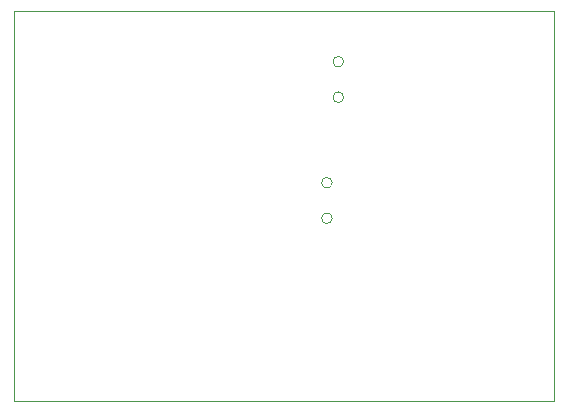
<source format=gbr>
%TF.GenerationSoftware,KiCad,Pcbnew,(7.0.0)*%
%TF.CreationDate,2024-04-03T23:31:10+02:00*%
%TF.ProjectId,p0wer EE3088,70307765-7220-4454-9533-3038382e6b69,rev?*%
%TF.SameCoordinates,Original*%
%TF.FileFunction,Profile,NP*%
%FSLAX46Y46*%
G04 Gerber Fmt 4.6, Leading zero omitted, Abs format (unit mm)*
G04 Created by KiCad (PCBNEW (7.0.0)) date 2024-04-03 23:31:10*
%MOMM*%
%LPD*%
G01*
G04 APERTURE LIST*
%TA.AperFunction,Profile*%
%ADD10C,0.100000*%
%TD*%
%TA.AperFunction,Profile*%
%ADD11C,0.050000*%
%TD*%
G04 APERTURE END LIST*
D10*
X109220000Y-33020000D02*
X154940000Y-33020000D01*
X154940000Y-33020000D02*
X154940000Y-66040000D01*
X154940000Y-66040000D02*
X109220000Y-66040000D01*
X109220000Y-66040000D02*
X109220000Y-33020000D01*
D11*
%TO.C,SW3*%
X137112000Y-37350000D02*
G75*
G03*
X137112000Y-37350000I-450000J0D01*
G01*
X137112000Y-40350000D02*
G75*
G03*
X137112000Y-40350000I-450000J0D01*
G01*
%TO.C,SW1*%
X136145000Y-50595000D02*
G75*
G03*
X136145000Y-50595000I-450000J0D01*
G01*
X136145000Y-47595000D02*
G75*
G03*
X136145000Y-47595000I-450000J0D01*
G01*
%TD*%
M02*

</source>
